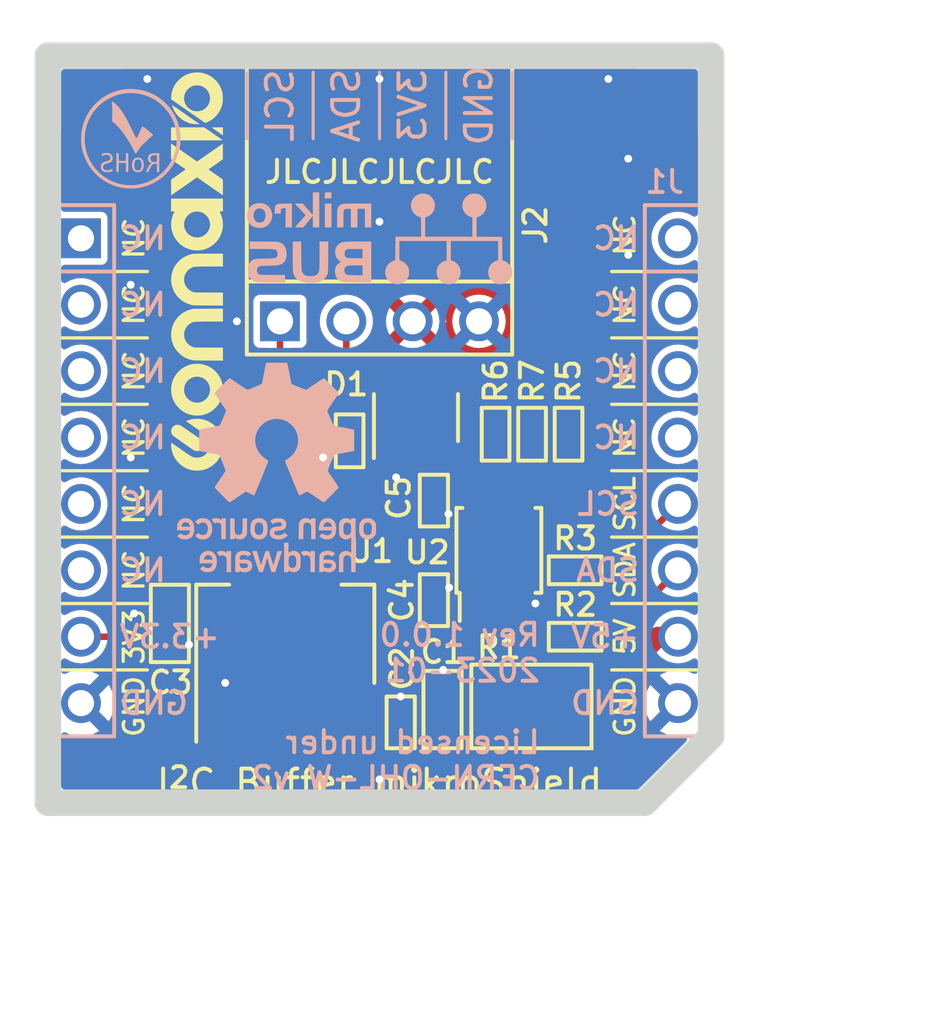
<source format=kicad_pcb>
(kicad_pcb (version 20211014) (generator pcbnew)
  (title_block (title "${title}") (date "${year}-${month}-${day}") (rev "${rev}") (company "${company}") (comment 1 "${author}"))
  (layers (0 "F.Cu" signal) (31 "B.Cu" signal) (35 "F.Paste" user) (36 "B.SilkS" user "B.Silkscreen") (37 "F.SilkS" user "F.Silkscreen") (38 "B.Mask" user) (39 "F.Mask" user) (44 "Edge.Cuts" user))
  (property "author" "Marc-Antoine Lalonde")
  (property "company" "Connaxio inc.")
  (property "day" "23")
  (property "month" "01")
  (property "rev" "1.0.0")
  (property "title" "I^{2}C Buffer mikroShield")
  (property "year" "2023")
  (net 0 "")
  (net 1 "+3.3VA")
  (net 2 "GND")
  (net 3 "+5V")
  (net 4 "+3.3V")
  (net 5 "/EXT_SDA")
  (net 6 "/EXT_SCL")
  (net 17 "/BOARD_SCL")
  (net 18 "/BOARD_SDA")
  (net 19 "Net-(J1-Pad15)")
  (net 20 "Net-(U2-Pad7)")
  (net 21 "Net-(U2-Pad6)")
  (footprint "connaxio-capacitors:CAP_CER_0402_1005M" (layer "F.Cu") (at 128.7018 77.343 -90)
    (fp_text reference "C5" (at -0.1016 1.3462 90) (layer "F.SilkS") (effects (font (size 0.85 0.85))))
    (fp_text value "CAP_CER_100NF_25V_0402")
    (pad "1" smd roundrect (at -0.48 0 270) (size 0.56 0.62) (layers "F.Cu" "F.Paste" "F.Mask") (net 1 "+3.3VA"))
    (pad "2" smd roundrect (at 0.48 0 270) (size 0.56 0.62) (layers "F.Cu" "F.Paste" "F.Mask") (net 2 "GND"))
  )
  (footprint "connaxio-capacitors:CAP_CER_0402_1005M" (layer "F.Cu") (at 128.7018 81.153 90)
    (fp_text reference "C4" (at 0 -1.23 90) (layer "F.SilkS") (effects (font (size 0.85 0.85))))
    (fp_text value "CAP_CER_100NF_25V_0402")
    (pad "1" smd roundrect (at -0.48 0 90) (size 0.56 0.62) (layers "F.Cu" "F.Paste" "F.Mask") (net 4 "+3.3V"))
    (pad "2" smd roundrect (at 0.48 0 90) (size 0.56 0.62) (layers "F.Cu" "F.Paste" "F.Mask") (net 2 "GND"))
  )
  (footprint "connaxio-resistors:RES_0402_1005M" (layer "F.Cu") (at 125.476 75.057 90)
    (fp_text reference "R4" (at 0 -1.27 90) (layer "F.SilkS") (effects (font (size 0.85 0.85))))
    (fp_text value "RES_1.54KΩ_1%_0402")
    (pad "1" smd roundrect (at -0.5 0 90) (size 0.5 0.6) (layers "F.Cu" "F.Paste" "F.Mask") (net 1 "+3.3VA"))
    (pad "2" smd roundrect (at 0.5 0 90) (size 0.5 0.6) (layers "F.Cu" "F.Paste" "F.Mask") (net 6 "/EXT_SCL"))
  )
  (footprint "connaxio-capacitors:CAP_CER_0603_1608M" (layer "F.Cu") (at 118.5926 82.042 -90)
    (fp_text reference "C3" (at 2.2606 -0.0254) (layer "F.SilkS") (effects (font (size 0.85 0.85))))
    (fp_text value "CAP_CER_22UF_10V_0603")
    (pad "1" smd roundrect (at -0.775 0 270) (size 0.9 0.95) (layers "F.Cu" "F.Paste" "F.Mask") (net 1 "+3.3VA"))
    (pad "2" smd roundrect (at 0.775 0 270) (size 0.9 0.95) (layers "F.Cu" "F.Paste" "F.Mask") (net 2 "GND"))
  )
  (footprint "connaxio-connectors:CON_HDR_MIKROBUS_ADDON_TH" (layer "F.Cu") (at 126.619 76.2)
    (fp_text reference "J1" (at 10.922 -11.049) (layer "B.SilkS") (effects (font (size 0.85 0.85)) (justify mirror)))
    (fp_text value "CON_HDR_MIKROBUS_ADDON_TH")
    (fp_text user "GND" (at 10.033 8.89 unlocked) (layer "B.SilkS") (effects (font (size 0.85 0.85)) (justify left mirror)))
    (fp_text user "+5V" (at 10.033 6.35 unlocked) (layer "B.SilkS") (effects (font (size 0.85 0.85)) (justify left mirror)))
    (fp_text user "NC" (at 10.033 -8.89 unlocked) (layer "B.SilkS") (effects (font (size 0.85 0.85)) (justify left mirror)))
    (fp_text user "NC" (at -10.033 1.27 unlocked) (layer "B.SilkS") (effects (font (size 0.85 0.85)) (justify right mirror)))
    (fp_text user "NC" (at 10.033 -3.81 unlocked) (layer "B.SilkS") (effects (font (size 0.85 0.85)) (justify left mirror)))
    (fp_text user "NC" (at -10.033 -6.35 unlocked) (layer "B.SilkS") (effects (font (size 0.85 0.85)) (justify right mirror)))
    (fp_text user "NC" (at -10.033 -1.27 unlocked) (layer "B.SilkS") (effects (font (size 0.85 0.85)) (justify right mirror)))
    (fp_text user "NC" (at -10.033 -8.89 unlocked) (layer "B.SilkS") (effects (font (size 0.85 0.85)) (justify right mirror)))
    (fp_text user "NC" (at -10.033 3.81 unlocked) (layer "B.SilkS") (effects (font (size 0.85 0.85)) (justify right mirror)))
    (fp_text user "+3.3V" (at -10.033 6.35 unlocked) (layer "B.SilkS") (effects (font (size 0.85 0.85)) (justify right mirror)))
    (fp_text user "NC" (at 10.033 -6.35 unlocked) (layer "B.SilkS") (effects (font (size 0.85 0.85)) (justify left mirror)))
    (fp_text user "NC" (at 10.033 -1.27 unlocked) (layer "B.SilkS") (effects (font (size 0.85 0.85)) (justify left mirror)))
    (fp_text user "SCL" (at 10.033 1.27 unlocked) (layer "B.SilkS") (effects (font (size 0.85 0.85)) (justify left mirror)))
    (fp_text user "GND" (at -10.033 8.89 unlocked) (layer "B.SilkS") (effects (font (size 0.85 0.85)) (justify right mirror)))
    (fp_text user "NC" (at -10.033 -3.81 unlocked) (layer "B.SilkS") (effects (font (size 0.85 0.85)) (justify right mirror)))
    (fp_text user "SDA" (at 10.033 3.81 unlocked) (layer "B.SilkS") (effects (font (size 0.85 0.85)) (justify left mirror)))
    (fp_text user "NC" (at -9.398 -3.81 90) (layer "F.SilkS") (effects (font (size 0.762 0.762) (thickness 0.127))))
    (fp_text user "NC" (at 9.398 -9.017 90) (layer "F.SilkS") (effects (font (size 0.762 0.762) (thickness 0.127))))
    (fp_text user "SDA" (at 9.398 3.81 90) (layer "F.SilkS") (effects (font (size 0.762 0.762) (thickness 0.127))))
    (fp_text user "GND" (at -9.398 9.017 90) (layer "F.SilkS") (effects (font (size 0.762 0.762) (thickness 0.127))))
    (fp_text user "NC" (at 9.398 -3.81 90) (layer "F.SilkS") (effects (font (size 0.762 0.762) (thickness 0.127))))
    (fp_text user "SCL" (at 9.398 1.27 90) (layer "F.SilkS") (effects (font (size 0.762 0.762) (thickness 0.127))))
    (fp_text user "NC" (at 9.398 -1.27 90) (layer "F.SilkS") (effects (font (size 0.762 0.762) (thickness 0.127))))
    (fp_text user "5V" (at 9.398 6.35 90) (layer "F.SilkS") (effects (font (size 0.762 0.762) (thickness 0.127))))
    (fp_text user "GND" (at 9.398 9.017 90) (layer "F.SilkS") (effects (font (size 0.762 0.762) (thickness 0.127))))
    (fp_text user "NC" (at -9.398 -6.35 90) (layer "F.SilkS") (effects (font (size 0.762 0.762) (thickness 0.127))))
    (fp_text user "NC" (at 9.398 -6.35 90) (layer "F.SilkS") (effects (font (size 0.762 0.762) (thickness 0.127))))
    (fp_text user "3V3" (at -9.398 6.35 90) (layer "F.SilkS") (effects (font (size 0.762 0.762) (thickness 0.127))))
    (fp_text user "NC" (at -9.398 3.81 90) (layer "F.SilkS") (effects (font (size 0.762 0.762) (thickness 0.127))))
    (fp_text user "NC" (at -9.398 -1.27 90) (layer "F.SilkS") (effects (font (size 0.762 0.762) (thickness 0.127))))
    (fp_text user "NC" (at -9.398 -8.89 90) (layer "F.SilkS") (effects (font (size 0.762 0.762) (thickness 0.127))))
    (fp_text user "NC" (at -9.398 1.27 90) (layer "F.SilkS") (effects (font (size 0.762 0.762) (thickness 0.127))))
    (pad "1" thru_hole rect (at -11.43 -8.89) (size 1.524 1.524) (drill 1) (layers *.Cu *.Mask))
    (pad "2" thru_hole circle (at -11.43 -6.35) (size 1.524 1.524) (drill 1) (layers *.Cu *.Mask))
    (pad "3" thru_hole circle (at -11.43 -3.81) (size 1.524 1.524) (drill 1) (layers *.Cu *.Mask))
    (pad "4" thru_hole circle (at -11.43 -1.27) (size 1.524 1.524) (drill 1) (layers *.Cu *.Mask))
    (pad "5" thru_hole circle (at -11.43 1.27) (size 1.524 1.524) (drill 1) (layers *.Cu *.Mask))
    (pad "6" thru_hole circle (at -11.43 3.81) (size 1.524 1.524) (drill 1) (layers *.Cu *.Mask))
    (pad "7" thru_hole circle (at -11.43 6.35) (size 1.524 1.524) (drill 1) (layers *.Cu *.Mask) (net 4 "+3.3V"))
    (pad "8" thru_hole circle (at -11.43 8.89) (size 1.524 1.524) (drill 1) (layers *.Cu *.Mask) (net 2 "GND"))
    (pad "9" thru_hole circle (at 11.43 -8.89) (size 1.524 1.524) (drill 1) (layers *.Cu *.Mask))
    (pad "10" thru_hole circle (at 11.43 -6.35) (size 1.524 1.524) (drill 1) (layers *.Cu *.Mask))
    (pad "11" thru_hole circle (at 11.43 -3.81) (size 1.524 1.524) (drill 1) (layers *.Cu *.Mask))
    (pad "12" thru_hole circle (at 11.43 -1.27) (size 1.524 1.524) (drill 1) (layers *.Cu *.Mask))
    (pad "13" thru_hole circle (at 11.43 1.27) (size 1.524 1.524) (drill 1) (layers *.Cu *.Mask) (net 17 "/BOARD_SCL"))
    (pad "14" thru_hole circle (at 11.43 3.81) (size 1.524 1.524) (drill 1) (layers *.Cu *.Mask) (net 18 "/BOARD_SDA"))
    (pad "15" thru_hole circle (at 11.43 6.35) (size 1.524 1.524) (drill 1) (layers *.Cu *.Mask) (net 19 "Net-(J1-Pad15)"))
    (pad "16" thru_hole circle (at 11.43 8.89) (size 1.524 1.524) (drill 1) (layers *.Cu *.Mask) (net 2 "GND"))
  )
  (footprint "connaxio-resistors:RES_0402_1005M" (layer "F.Cu") (at 132.461 74.803 90)
    (fp_text reference "R7" (at 2.032 0 270) (layer "F.SilkS") (effects (font (size 0.85 0.85))))
    (fp_text value "RES_75Ω_1%_0402")
    (pad "1" smd roundrect (at -0.5 0 90) (size 0.5 0.6) (layers "F.Cu" "F.Paste" "F.Mask") (net 21 "Net-(U2-Pad6)"))
    (pad "2" smd roundrect (at 0.5 0 90) (size 0.5 0.6) (layers "F.Cu" "F.Paste" "F.Mask") (net 5 "/EXT_SDA"))
  )
  (footprint "connaxio-resistors:RES_0402_1005M" (layer "F.Cu") (at 134.112 82.55)
    (fp_text reference "R2" (at 0 -1.22) (layer "F.SilkS") (effects (font (size 0.85 0.85))))
    (fp_text value "RES_5.10KΩ_1%_0402")
    (pad "1" smd roundrect (at -0.5 0) (size 0.5 0.6) (layers "F.Cu" "F.Paste" "F.Mask") (net 4 "+3.3V"))
    (pad "2" smd roundrect (at 0.5 0) (size 0.5 0.6) (layers "F.Cu" "F.Paste" "F.Mask") (net 18 "/BOARD_SDA"))
  )
  (footprint "connaxio-capacitors:CAP_CER_0402_1005M" (layer "F.Cu") (at 127.4318 85.827 90)
    (fp_text reference "C2" (at 2.0578 0.0508 90) (layer "F.SilkS") (effects (font (size 0.85 0.85))))
    (fp_text value "CAP_CER_100NF_25V_0402")
    (pad "1" smd roundrect (at -0.48 0 90) (size 0.56 0.62) (layers "F.Cu" "F.Paste" "F.Mask") (net 3 "+5V"))
    (pad "2" smd roundrect (at 0.48 0 90) (size 0.56 0.62) (layers "F.Cu" "F.Paste" "F.Mask") (net 2 "GND"))
  )
  (footprint "connaxio-resistors:RES_0402_1005M" (layer "F.Cu") (at 131.064 74.803 90)
    (fp_text reference "R6" (at 2.032 0 270) (layer "F.SilkS") (effects (font (size 0.85 0.85))))
    (fp_text value "RES_75Ω_1%_0402")
    (pad "1" smd roundrect (at -0.5 0 90) (size 0.5 0.6) (layers "F.Cu" "F.Paste" "F.Mask") (net 20 "Net-(U2-Pad7)"))
    (pad "2" smd roundrect (at 0.5 0 90) (size 0.5 0.6) (layers "F.Cu" "F.Paste" "F.Mask") (net 6 "/EXT_SCL"))
  )
  (footprint "connaxio-mechanical:FID_1X1" (layer "F.Cu") (at 115.189 87.63)
    (fp_text reference "F3" hide)
    (fp_text value "FID_1X1")
    (pad "1" smd circle (at 0 0) (size 1 1) (layers "F.Cu" "F.Mask") (net 2 "GND"))
  )
  (footprint "connaxio-resistors:RES_1210_3225M" (layer "F.Cu") (at 132.4356 85.217 180)
    (fp_text reference "R1" (at 1.2446 2.2606) (layer "F.SilkS") (effects (font (size 0.85 0.85))))
    (fp_text value "PTC_SMD1210B010TF")
    (pad "1" smd roundrect (at -1.4625 0 180) (size 1.125 2.65) (layers "F.Cu" "F.Paste" "F.Mask") (roundrect_rratio 0.222222) (net 19 "Net-(J1-Pad15)"))
    (pad "2" smd roundrect (at 1.4625 0 180) (size 1.125 2.65) (layers "F.Cu" "F.Paste" "F.Mask") (roundrect_rratio 0.222222) (net 3 "+5V"))
  )
  (footprint "connaxio-mechanical:FID_1X3" (layer "F.Cu") (at 115.951 62.357)
    (fp_text reference "F1" hide)
    (fp_text value "FID_1X3")
    (pad "" smd circle locked (at 0 0) (size 1 1) (layers "F.Cu" "F.Mask") (clearance 1))
  )
  (footprint "connaxio-resistors:RES_0402_1005M" (layer "F.Cu") (at 134.112 80.01)
    (fp_text reference "R3" (at 0 -1.22) (layer "F.SilkS") (effects (font (size 0.85 0.85))))
    (fp_text value "RES_5.10KΩ_1%_0402")
    (pad "1" smd roundrect (at -0.5 0) (size 0.5 0.6) (layers "F.Cu" "F.Paste" "F.Mask") (net 4 "+3.3V"))
    (pad "2" smd roundrect (at 0.5 0) (size 0.5 0.6) (layers "F.Cu" "F.Paste" "F.Mask") (net 17 "/BOARD_SCL"))
  )
  (footprint "connaxio-capacitors:CAP_CER_0603_1608M" (layer "F.Cu") (at 129.032 85.337 90)
    (fp_text reference "C1" (at 2.2028 0 180) (layer "F.SilkS") (effects (font (size 0.85 0.85))))
    (fp_text value "CAP_CER_22UF_10V_0603")
    (pad "1" smd roundrect (at -0.775 0 90) (size 0.9 0.95) (layers "F.Cu" "F.Paste" "F.Mask") (net 3 "+5V"))
    (pad "2" smd roundrect (at 0.775 0 90) (size 0.9 0.95) (layers "F.Cu" "F.Paste" "F.Mask") (net 2 "GND"))
  )
  (footprint "connaxio-connectors:CON_HDR_100MILS_F_TH_RA_1X4" (layer "F.Cu") (at 126.619 70.485 90)
    (fp_text reference "J2" (at 3.683 5.969 270) (layer "F.SilkS") (effects (font (size 0.85 0.85))))
    (fp_text value "CON_HDR_100MILS_F_TH_RA_1X4")
    (pad "1" thru_hole rect (at 0 -3.81 90) (size 1.524 1.524) (drill 1) (layers *.Cu *.Mask) (net 6 "/EXT_SCL"))
    (pad "2" thru_hole circle (at 0 -1.27 90) (size 1.524 1.524) (drill 1) (layers *.Cu *.Mask) (net 5 "/EXT_SDA"))
    (pad "3" thru_hole circle (at 0 1.27 90) (size 1.524 1.524) (drill 1) (layers *.Cu *.Mask) (net 1 "+3.3VA"))
    (pad "4" thru_hole circle (at 0 3.81 90) (size 1.524 1.524) (drill 1) (layers *.Cu *.Mask) (net 2 "GND"))
  )
  (footprint "connaxio-sop:SOT-223-4" (layer "F.Cu") (at 123.0122 82.467 90)
    (fp_text reference "U1" (at 3.1936 3.2766 180) (layer "F.SilkS") (effects (font (size 0.85 0.85))))
    (fp_text value "REG_LDO_TLV1117LV33DCYR")
    (pad "1" smd rect (at -3.15 -2.3 90) (size 2 1.5) (layers "F.Cu" "F.Paste" "F.Mask") (net 2 "GND"))
    (pad "2" smd rect (at -3.15 0 90) (size 2 1.5) (layers "F.Cu" "F.Paste" "F.Mask") (net 1 "+3.3VA"))
    (pad "3" smd rect (at -3.15 2.3 90) (size 2 1.5) (layers "F.Cu" "F.Paste" "F.Mask") (net 3 "+5V"))
    (pad "4" smd rect (at 3.15 0 90) (size 2 3.8) (layers "F.Cu" "F.Mask") (net 1 "+3.3VA"))
  )
  (footprint "connaxio-sop:SOT-23-6" (layer "F.Cu") (at 128.016 74.168 90)
    (fp_text reference "D1" (at 1.27 -2.667 180) (layer "F.SilkS") (effects (font (size 0.85 0.85))))
    (fp_text value "DIO_TVS_SRV05-4HTG")
    (pad "1" smd rect (at -1.1 -0.95 90) (size 1.06 0.65) (layers "F.Cu" "F.Paste" "F.Mask") (net 6 "/EXT_SCL"))
    (pad "2" smd rect (at -1.1 0 90) (size 1.06 0.65) (layers "F.Cu" "F.Paste" "F.Mask") (net 2 "GND"))
    (pad "3" smd rect (at -1.1 0.95 90) (size 1.06 0.65) (layers "F.Cu" "F.Paste" "F.Mask") (net 5 "/EXT_SDA"))
    (pad "4" smd rect (at 1.1 0.95 90) (size 1.06 0.65) (layers "F.Cu" "F.Paste" "F.Mask"))
    (pad "5" smd rect (at 1.1 0 90) (size 1.06 0.65) (layers "F.Cu" "F.Paste" "F.Mask") (net 1 "+3.3VA"))
    (pad "6" smd rect (at 1.1 -0.95 90) (size 1.06 0.65) (layers "F.Cu" "F.Paste" "F.Mask"))
  )
  (footprint "LOGO" (layer "F.Cu") (at 119.634 68.58 90)
    (fp_text reference "G***" hide)
    (fp_text value "LOGO" hide)
  )
  (footprint "connaxio-sop:TSSOP-8_3X3_P0.65" (layer "F.Cu") (at 131.191 79.248 90)
    (fp_text reference "U2" (at -0.0762 -2.7432) (layer "F.SilkS") (effects (font (size 0.85 0.85))))
    (fp_text value "BUF_I2C_PCA9617ADPJ")
    (pad "1" smd rect (at -2.15 -0.975 90) (size 1.1 0.4) (layers "F.Cu" "F.Paste" "F.Mask") (net 4 "+3.3V"))
    (pad "2" smd rect (at -2.15 -0.325 90) (size 1.1 0.4) (layers "F.Cu" "F.Paste" "F.Mask") (net 17 "/BOARD_SCL"))
    (pad "3" smd rect (at -2.15 0.325 90) (size 1.1 0.4) (layers "F.Cu" "F.Paste" "F.Mask") (net 18 "/BOARD_SDA"))
    (pad "4" smd rect (at -2.15 0.975 90) (size 1.1 0.4) (layers "F.Cu" "F.Paste" "F.Mask") (net 2 "GND"))
    (pad "5" smd rect (at 2.15 0.975 90) (size 1.1 0.4) (layers "F.Cu" "F.Paste" "F.Mask") (net 1 "+3.3VA"))
    (pad "6" smd rect (at 2.15 0.325 90) (size 1.1 0.4) (layers "F.Cu" "F.Paste" "F.Mask") (net 21 "Net-(U2-Pad6)"))
    (pad "7" smd rect (at 2.15 -0.325 90) (size 1.1 0.4) (layers "F.Cu" "F.Paste" "F.Mask") (net 20 "Net-(U2-Pad7)"))
    (pad "8" smd rect (at 2.15 -0.975 90) (size 1.1 0.4) (layers "F.Cu" "F.Paste" "F.Mask") (net 1 "+3.3VA"))
  )
  (footprint "connaxio-resistors:RES_0402_1005M" (layer "F.Cu") (at 133.858 74.803 90)
    (fp_text reference "R5" (at 2.032 0 90) (layer "F.SilkS") (effects (font (size 0.85 0.85))))
    (fp_text value "RES_1.54KΩ_1%_0402")
    (pad "1" smd roundrect (at -0.5 0 90) (size 0.5 0.6) (layers "F.Cu" "F.Paste" "F.Mask") (net 1 "+3.3VA"))
    (pad "2" smd roundrect (at 0.5 0 90) (size 0.5 0.6) (layers "F.Cu" "F.Paste" "F.Mask") (net 5 "/EXT_SDA"))
  )
  (footprint "connaxio-mechanical:FID_1X3" (layer "F.Cu") (at 137.287 62.357)
    (fp_text reference "F2" hide)
    (fp_text value "FID_1X3")
    (pad "" smd circle locked (at 0 0) (size 1 1) (layers "F.Cu" "F.Mask") (clearance 1))
  )
  (footprint "LOGO" (layer "B.Cu") (at 126.619 67.31 180)
    (fp_text reference "G***" hide)
    (fp_text value "LOGO" hide)
  )
  (footprint "LOGO" (layer "B.Cu") (at 117.094 63.5 180)
    (fp_text reference "G***" hide)
    (fp_text value "LOGO" hide)
  )
  (footprint "LOGO" (layer "B.Cu") (at 122.682 76.073 180)
    (fp_text reference "G***" hide)
    (fp_text value "LOGO" hide)
  )
  (gr_line (start 129.159 60.96) (end 129.159 63.5) (layer "B.SilkS") (width 0.12))
  (gr_line (start 124.079 60.96) (end 124.079 63.5) (layer "B.SilkS") (width 0.12))
  (gr_line (start 121.539 60.96) (end 121.539 63.5) (layer "B.SilkS") (width 0.12))
  (gr_line (start 131.699 60.96) (end 131.699 63.5) (layer "B.SilkS") (width 0.12))
  (gr_line (start 126.619 60.96) (end 126.619 63.5) (layer "B.SilkS") (width 0.12))
  (gr_line (start 136.779 88.9) (end 139.319 86.36) (layer "Edge.Cuts") (width 1.016))
  (gr_line (start 113.919 60.325) (end 113.919 88.9) (layer "Edge.Cuts") (width 1.016))
  (gr_line (start 139.319 86.36) (end 139.319 60.325) (layer "Edge.Cuts") (width 1.016))
  (gr_line (start 113.919 60.325) (end 139.319 60.325) (layer "Edge.Cuts") (width 1.016))
  (gr_line (start 113.919 88.9) (end 136.779 88.9) (layer "Edge.Cuts") (width 1.016))
  (gr_text "Rev ${rev}\n${year}-${month}\n\nLicensed under\nCERN-OHL-W v2" (at 132.842 85.217) (layer "B.SilkS") (effects (font (size 0.85 0.85)) (justify left mirror)))
  (gr_text "3V3" (at 127.889 62.23 90) (layer "B.SilkS") (effects (font (size 1 1)) (justify mirror)))
  (gr_text "SCL" (at 122.809 62.23 90) (layer "B.SilkS") (effects (font (size 1 1)) (justify mirror)))
  (gr_text "SDA" (at 125.349 62.23 90) (layer "B.SilkS") (effects (font (size 1 1)) (justify mirror)))
  (gr_text "GND" (at 130.429 62.23 90) (layer "B.SilkS") (effects (font (size 1 1)) (justify mirror)))
  (gr_text "JLCJLCJLCJLC" (at 126.619 64.77) (layer "F.SilkS") (effects (font (size 0.85 0.85))))
  (gr_text "${title}" (at 126.619 88.138) (layer "F.SilkS") (effects (font (size 1 1))))
  (segment (start 123.0122 85.617) (end 123.0122 79.317) (width 0.25) (layer "F.Cu") (net 1))
  (segment (start 127.833191 77.724) (end 125.476 77.724) (width 0.25) (layer "F.Cu") (net 1))
  (segment (start 128.339191 77.218) (end 127.833191 77.724) (width 0.25) (layer "F.Cu") (net 1))
  (segment (start 129.981 76.863) (end 130.216 77.098) (width 0.25) (layer "F.Cu") (net 1))
  (segment (start 122.105 79.317) (end 123.0122 79.317) (width 0.25) (layer "F.Cu") (net 1))
  (segment (start 123.883 79.317) (end 123.0122 79.317) (width 0.25) (layer "F.Cu") (net 1))
  (segment (start 118.605 81.2546) (end 120.1674 81.2546) (width 0.25) (layer "F.Cu") (net 1))
  (segment (start 128.7018 76.863) (end 129.981 76.863) (width 0.25) (layer "F.Cu") (net 1))
  (segment (start 125.476 77.724) (end 123.883 79.317) (width 0.25) (layer "F.Cu") (net 1))
  (segment (start 128.7018 76.863) (end 128.3468 77.218) (width 0.25) (layer "F.Cu") (net 1))
  (segment (start 120.1674 81.2546) (end 122.105 79.317) (width 0.25) (layer "F.Cu") (net 1))
  (segment (start 128.3468 77.218) (end 128.339191 77.218) (width 0.25) (layer "F.Cu") (net 1))
  (segment (start 118.5926 81.267) (end 118.605 81.2546) (width 0.25) (layer "F.Cu") (net 1))
  (segment (start 118.6304 82.8548) (end 118.5926 82.817) (width 0.25) (layer "F.Cu") (net 2))
  (segment (start 128.7044 80.6704) (end 128.7018 80.673) (width 0.25) (layer "F.Cu") (net 2))
  (segment (start 127.254 76.454) (end 128.016 75.692) (width 0.25) (layer "F.Cu") (net 2))
  (segment (start 132.588 81.28) (end 132.284 81.28) (width 0.25) (layer "F.Cu") (net 2))
  (segment (start 129.286 80.6704) (end 128.7044 80.6704) (width 0.25) (layer "F.Cu") (net 2))
  (segment (start 129.0574 83.82) (end 129.0574 84.5366) (width 0.25) (layer "F.Cu") (net 2))
  (segment (start 132.284 81.28) (end 132.166 81.398) (width 0.25) (layer "F.Cu") (net 2))
  (segment (start 127.4318 84.836) (end 127.4318 85.347) (width 0.25) (layer "F.Cu") (net 2))
  (segment (start 120.7122 84.3166) (end 120.7122 85.617) (width 0.25) (layer "F.Cu") (net 2))
  (segment (start 129.0574 84.5366) (end 129.032 84.562) (width 0.25) (layer "F.Cu") (net 2))
  (segment (start 128.016 75.692) (end 128.016 75.268) (width 0.25) (layer "F.Cu") (net 2))
  (segment (start 119.3292 82.8548) (end 118.6304 82.8548) (width 0.25) (layer "F.Cu") (net 2))
  (via (at 126.619 61.214) (size 0.56) (drill 0.3) (layers "F.Cu" "B.Cu") (net 2))
  (via (at 117.094 75.692) (size 0.56) (drill 0.3) (layers "F.Cu" "B.Cu") (net 2))
  (via (at 136.144 64.262) (size 0.56) (drill 0.3) (layers "F.Cu" "B.Cu") (net 2))
  (via (at 127.254 76.454) (size 0.56) (drill 0.3) (layers "F.Cu" "B.Cu") (net 2))
  (via (at 117.729 61.214) (size 0.56) (drill 0.3) (layers "F.Cu" "B.Cu") (net 2))
  (via (at 135.382 61.214) (size 0.56) (drill 0.3) (layers "F.Cu" "B.Cu") (net 2))
  (via (at 129.2606 77.851) (size 0.56) (drill 0.3) (layers "F.Cu" "B.Cu") (net 2))
  (via (at 119.3292 82.8548) (size 0.56) (drill 0.3) (layers "F.Cu" "B.Cu") (net 2))
  (via (at 117.094 69.088) (size 0.56) (drill 0.3) (layers "F.Cu" "B.Cu") (net 2))
  (via (at 124.46 75.692) (size 0.56) (drill 0.3) (layers "F.Cu" "B.Cu") (net 2))
  (via (at 121.158 70.485) (size 0.56) (drill 0.3) (layers "F.Cu" "B.Cu") (net 2))
  (via (at 127.4318 84.836) (size 0.56) (drill 0.3) (layers "F.Cu" "B.Cu") (net 2))
  (via (at 129.0574 83.82) (size 0.56) (drill 0.3) (layers "F.Cu" "B.Cu") (net 2))
  (via (at 126.619 66.675) (size 0.56) (drill 0.3) (layers "F.Cu" "B.Cu") (net 2))
  (via (at 126.619 88.011) (size 0.56) (drill 0.3) (layers "F.Cu" "B.Cu") (net 2))
  (via (at 136.144 67.945) (size 0.56) (drill 0.3) (layers "F.Cu" "B.Cu") (net 2))
  (via (at 117.221 81.661) (size 0.56) (drill 0.3) (layers "F.Cu" "B.Cu") (net 2))
  (via (at 129.286 80.6704) (size 0.56) (drill 0.3) (layers "F.Cu" "B.Cu") (net 2))
  (via (at 120.7122 84.3166) (size 0.56) (drill 0.3) (layers "F.Cu" "B.Cu") (net 2))
  (via (at 132.588 81.28) (size 0.56) (drill 0.3) (layers "F.Cu" "B.Cu") (net 2))
  (segment (start 130.0781 86.112) (end 130.9731 85.217) (width 0.508) (layer "F.Cu") (net 3))
  (segment (start 126.0022 86.307) (end 125.3122 85.617) (width 0.25) (layer "F.Cu") (net 3))
  (segment (start 129.032 86.112) (end 130.0781 86.112) (width 0.508) (layer "F.Cu") (net 3))
  (segment (start 127.4318 86.307) (end 126.0022 86.307) (width 0.508) (layer "F.Cu") (net 3))
  (segment (start 127.4318 86.307) (end 128.837 86.307) (width 0.508) (layer "F.Cu") (net 3))
  (segment (start 128.837 86.307) (end 129.032 86.112) (width 0.25) (layer "F.Cu") (net 3))
  (segment (start 131.699 83.185) (end 132.207 83.693) (width 0.25) (layer "F.Cu") (net 4))
  (segment (start 133.612 80.01) (end 133.485 79.883) (width 0.25) (layer "F.Cu") (net 4))
  (segment (start 118.3132 84.2264) (end 116.6368 82.55) (width 0.25) (layer "F.Cu") (net 4))
  (segment (start 132.207 83.693) (end 132.207 87.122) (width 0.25) (layer "F.Cu") (net 4))
  (segment (start 132.207 83.693) (end 133.35 82.55) (width 0.25) (layer "F.Cu") (net 4))
  (segment (start 118.3132 86.4108) (end 118.3132 84.2264) (width 0.25) (layer "F.Cu") (net 4))
  (segment (start 116.6368 82.55) (end 115.189 82.55) (width 0.25) (layer "F.Cu") (net 4))
  (segment (start 132.207 87.122) (end 132.08 87.249) (width 0.25) (layer "F.Cu") (net 4))
  (segment (start 130.216 80.604) (end 130.216 81.398) (width 0.25) (layer "F.Cu") (net 4))
  (segment (start 119.1514 87.249) (end 118.3132 86.4108) (width 0.25) (layer "F.Cu") (net 4))
  (segment (start 128.7018 81.633) (end 129.981 81.633) (width 0.25) (layer "F.Cu") (net 4))
  (segment (start 133.485 79.883) (end 130.937 79.883) (width 0.25) (layer "F.Cu") (net 4))
  (segment (start 132.08 87.249) (end 119.1514 87.249) (width 0.25) (layer "F.Cu") (net 4))
  (segment (start 130.2538 83.185) (end 131.699 83.185) (width 0.25) (layer "F.Cu") (net 4))
  (segment (start 129.981 81.633) (end 130.216 81.398) (width 0.25) (layer "F.Cu") (net 4))
  (segment (start 130.937 79.883) (end 130.216 80.604) (width 0.25) (layer "F.Cu") (net 4))
  (segment (start 133.35 82.55) (end 133.612 82.55) (width 0.25) (layer "F.Cu") (net 4))
  (segment (start 128.7018 81.633) (end 130.2538 83.185) (width 0.25) (layer "F.Cu") (net 4))
  (segment (start 130.683 73.533) (end 129.667 74.549) (width 0.25) (layer "F.Cu") (net 5))
  (segment (start 131.691 73.533) (end 130.683 73.533) (width 0.25) (layer "F.Cu") (net 5))
  (segment (start 129.329 75.268) (end 128.966 75.268) (width 0.25) (layer "F.Cu") (net 5))
  (segment (start 129.667 74.803) (end 129.667 74.93) (width 0.25) (layer "F.Cu") (net 5))
  (segment (start 126.619 74.295) (end 125.349 73.025) (width 0.25) (layer "F.Cu") (net 5))
  (segment (start 128.966 74.488) (end 128.773 74.295) (width 0.25) (layer "F.Cu") (net 5))
  (segment (start 132.461 74.303) (end 133.858 74.303) (width 0.25) (layer "F.Cu") (net 5))
  (segment (start 129.667 74.549) (end 129.667 74.803) (width 0.25) (layer "F.Cu") (net 5))
  (segment (start 125.349 73.025) (end 125.349 70.485) (width 0.25) (layer "F.Cu") (net 5))
  (segment (start 128.966 75.268) (end 128.966 74.488) (width 0.25) (layer "F.Cu") (net 5))
  (segment (start 132.461 74.303) (end 131.691 73.533) (width 0.25) (layer "F.Cu") (net 5))
  (segment (start 129.667 74.93) (end 129.329 75.268) (width 0.25) (layer "F.Cu") (net 5))
  (segment (start 128.773 74.295) (end 126.619 74.295) (width 0.25) (layer "F.Cu") (net 5))
  (segment (start 125.357 74.557) (end 122.809 72.009) (width 0.25) (layer "F.Cu") (net 6))
  (segment (start 130.175 75.564) (end 130.175 75.192) (width 0.25) (layer "F.Cu") (net 6))
  (segment (start 126.649 75.685) (end 127.066 75.268) (width 0.25) (layer "F.Cu") (net 6))
  (segment (start 128.3056 76.258) (end 127.5046 77.059) (width 0.25) (layer "F.Cu") (net 6))
  (segment (start 130.175 75.564) (end 129.481 76.258) (width 0.25) (layer "F.Cu") (net 6))
  (segment (start 127.0034 77.059) (end 126.649 76.7046) (width 0.25) (layer "F.Cu") (net 6))
  (segment (start 126.449 75.268) (end 125.738 74.557) (width 0.25) (layer "F.Cu") (net 6))
  (segment (start 129.481 76.258) (end 128.3056 76.258) (width 0.25) (layer "F.Cu") (net 6))
  (segment (start 125.476 74.557) (end 125.357 74.557) (width 0.25) (layer "F.Cu") (net 6))
  (segment (start 127.066 75.268) (end 126.449 75.268) (width 0.25) (layer "F.Cu") (net 6))
  (segment (start 126.649 76.7046) (end 126.649 75.685) (width 0.25) (layer "F.Cu") (net 6))
  (segment (start 127.5046 77.059) (end 127.0034 77.059) (width 0.25) (layer "F.Cu") (net 6))
  (segment (start 122.809 72.009) (end 122.809 70.485) (width 0.25) (layer "F.Cu") (net 6))
  (segment (start 125.738 74.557) (end 125.476 74.557) (width 0.25) (layer "F.Cu") (net 6))
  (segment (start 130.175 75.192) (end 131.064 74.303) (width 0.25) (layer "F.Cu") (net 6))
  (segment (start 131.1148 80.391) (end 130.866 80.6398) (width 0.25) (layer "F.Cu") (net 17))
  (segment (start 134.612 80.01) (end 133.987 80.635) (width 0.25) (layer "F.Cu") (net 17))
  (segment (start 135.509 80.01) (end 134.612 80.01) (width 0.25) (layer "F.Cu") (net 17))
  (segment (start 132.832 80.635) (end 132.588 80.391) (width 0.25) (layer "F.Cu") (net 17))
  (segment (start 133.987 80.635) (end 132.832 80.635) (width 0.25) (layer "F.Cu") (net 17))
  (segment (start 132.588 80.391) (end 131.1148 80.391) (width 0.25) (layer "F.Cu") (net 17))
  (segment (start 138.049 77.47) (end 135.509 80.01) (width 0.25) (layer "F.Cu") (net 17))
  (segment (start 130.866 80.6398) (end 130.866 81.398) (width 0.25) (layer "F.Cu") (net 17))
  (segment (start 132.461 82.423) (end 131.791 82.423) (width 0.25) (layer "F.Cu") (net 18))
  (segment (start 134.612 82.034) (end 134.366 81.788) (width 0.25) (layer "F.Cu") (net 18))
  (segment (start 134.612 82.55) (end 134.612 82.034) (width 0.25) (layer "F.Cu") (net 18))
  (segment (start 138.049 80.01) (end 135.509 82.55) (width 0.25) (layer "F.Cu") (net 18))
  (segment (start 133.096 81.788) (end 132.461 82.423) (width 0.25) (layer "F.Cu") (net 18))
  (segment (start 131.791 82.423) (end 131.516 82.148) (width 0.25) (layer "F.Cu") (net 18))
  (segment (start 135.509 82.55) (end 134.612 82.55) (width 0.25) (layer "F.Cu") (net 18))
  (segment (start 134.366 81.788) (end 133.096 81.788) (width 0.25) (layer "F.Cu") (net 18))
  (segment (start 131.516 82.148) (end 131.516 81.398) (width 0.25) (layer "F.Cu") (net 18))
  (segment (start 133.8981 84.5419) (end 133.8981 85.217) (width 0.25) (layer "F.Cu") (net 19))
  (segment (start 137.287 82.55) (end 135.2951 84.5419) (width 0.762) (layer "F.Cu") (net 19))
  (segment (start 138.049 82.55) (end 137.287 82.55) (width 0.762) (layer "F.Cu") (net 19))
  (segment (start 135.2951 84.5419) (end 133.8981 84.5419) (width 0.762) (layer "F.Cu") (net 19))
  (segment (start 130.866 77.098) (end 130.866 75.501) (width 0.25) (layer "F.Cu") (net 20))
  (segment (start 130.866 75.501) (end 131.064 75.303) (width 0.25) (layer "F.Cu") (net 20))
  (segment (start 131.516 76.248) (end 132.461 75.303) (width 0.25) (layer "F.Cu") (net 21))
  (segment (start 131.516 77.098) (end 131.516 76.248) (width 0.25) (layer "F.Cu") (net 21))
  (zone (net 2) (net_name "GND") (layers F&B.Cu) (connect_pads (clearance 0.254)) (min_thickness 0.254) (fill yes (thermal_gap 0.508) (thermal_bridge_width 0.508))
    (polygon (pts (xy 138.811 86.106) (xy 136.525 88.392) (xy 114.427 88.392) (xy 114.427 60.833) (xy 138.811 60.833)))
  )
  (zone (net 1) (net_name "+3.3VA") (layer "F.Cu") (priority 1) (connect_pads (clearance 0.254)) (min_thickness 0.254) (fill yes (thermal_gap 0.508) (thermal_bridge_width 0.508))
    (polygon (pts (xy 138.811 81.915) (xy 129.286 81.915) (xy 129.286 84.963) (xy 118.11 84.963) (xy 118.11 76.327) (xy 125.095 76.327) (xy 125.095 68.58) (xy 138.811 68.58)))
  )
)
</source>
